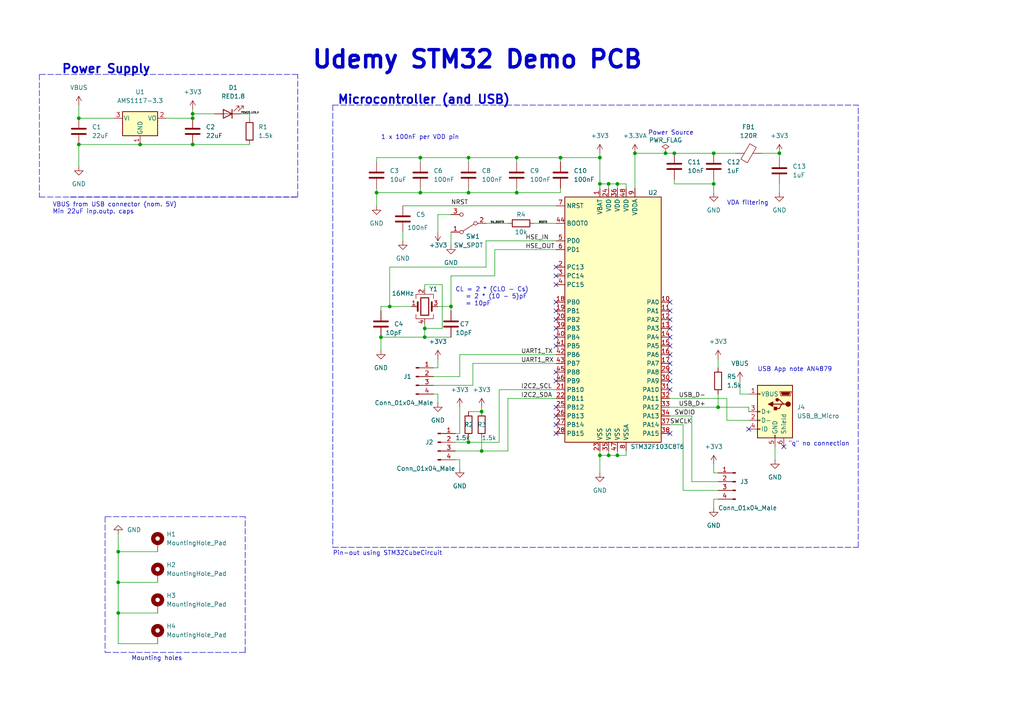
<source format=kicad_sch>
(kicad_sch (version 20211123) (generator eeschema)
  (paper "A4")
  (title_block (title "Udemy STM32 Demo PCB") (date "2023-02-14") (rev "0.1") (company "Chameleon"))
  (lib_symbols
    (symbol "Connector:Conn_01x04_Male" (pin_names (offset 1.016) hide)
      (property "Reference" "J" (at 0 5.08 0))
      (property "Value" "Conn_01x04_Male" (at 0 -7.62 0))
      (symbol "Conn_01x04_Male_1_1"
        (polyline (pts (xy 1.27 -5.08) (xy 0.8636 -5.08)) (stroke (width 0.1524)))
        (polyline (pts (xy 1.27 -2.54) (xy 0.8636 -2.54)) (stroke (width 0.1524)))
        (polyline (pts (xy 1.27 0) (xy 0.8636 0)) (stroke (width 0.1524)))
        (polyline (pts (xy 1.27 2.54) (xy 0.8636 2.54)) (stroke (width 0.1524)))
        (rectangle (start 0.8636 -4.953) (end 0 -5.207) (stroke (width 0.1524)) (fill (type outline)))
        (rectangle (start 0.8636 -2.413) (end 0 -2.667) (stroke (width 0.1524)) (fill (type outline)))
        (rectangle (start 0.8636 0.127) (end 0 -0.127) (stroke (width 0.1524)) (fill (type outline)))
        (rectangle (start 0.8636 2.667) (end 0 2.413) (stroke (width 0.1524)) (fill (type outline)))
        (pin passive line (at 5.08 2.54 180) (length 3.81) (name "Pin_1") (number "1"))
        (pin passive line (at 5.08 0 180) (length 3.81) (name "Pin_2") (number "2"))
        (pin passive line (at 5.08 -2.54 180) (length 3.81) (name "Pin_3") (number "3"))
        (pin passive line (at 5.08 -5.08 180) (length 3.81) (name "Pin_4") (number "4"))
      )
    )
    (symbol "Connector:USB_B_Micro" (pin_names (offset 1.016))
      (property "Reference" "J" (at -5.08 11.43 0))
      (property "Value" "USB_B_Micro" (at -5.08 8.89 0))
      (symbol "USB_B_Micro_0_1"
        (rectangle (start -5.08 -7.62) (end 5.08 7.62) (stroke (width 0.254)) (fill (type background)))
        (circle (center -3.81 2.159) (radius 0.635) (stroke (width 0.254)) (fill (type outline)))
        (circle (center -0.635 3.429) (radius 0.381) (stroke (width 0.254)) (fill (type outline)))
        (rectangle (start -0.127 -7.62) (end 0.127 -6.858))
        (polyline (pts (xy -1.905 2.159) (xy 0.635 2.159)) (stroke (width 0.254)))
        (polyline (pts (xy -3.175 2.159) (xy -2.54 2.159) (xy -1.27 3.429) (xy -0.635 3.429)) (stroke (width 0.254)))
        (polyline (pts (xy -2.54 2.159) (xy -1.905 2.159) (xy -1.27 0.889) (xy 0 0.889)) (stroke (width 0.254)))
        (polyline (pts (xy 0.635 2.794) (xy 0.635 1.524) (xy 1.905 2.159) (xy 0.635 2.794)) (stroke (width 0.254)) (fill (type outline)))
        (polyline (pts (xy -4.318 5.588) (xy -1.778 5.588) (xy -2.032 4.826) (xy -4.064 4.826) (xy -4.318 5.588)) (fill (type outline)))
        (polyline (pts (xy -4.699 5.842) (xy -4.699 5.588) (xy -4.445 4.826) (xy -4.445 4.572) (xy -1.651 4.572) (xy -1.651 4.826) (xy -1.397 5.588) (xy -1.397 5.842) (xy -4.699 5.842)))
        (rectangle (start 0.254 1.27) (end -0.508 0.508) (stroke (width 0.254)) (fill (type outline)))
        (rectangle (start 5.08 -5.207) (end 4.318 -4.953))
        (rectangle (start 5.08 -2.667) (end 4.318 -2.413))
        (rectangle (start 5.08 -0.127) (end 4.318 0.127))
        (rectangle (start 5.08 4.953) (end 4.318 5.207))
      )
      (symbol "USB_B_Micro_1_1"
        (pin power_out line (at 7.62 5.08 180) (length 2.54) (name "VBUS") (number "1"))
        (pin bidirectional line (at 7.62 -2.54 180) (length 2.54) (name "D-") (number "2"))
        (pin bidirectional line (at 7.62 0 180) (length 2.54) (name "D+") (number "3"))
        (pin passive line (at 7.62 -5.08 180) (length 2.54) (name "ID") (number "4"))
        (pin power_out line (at 0 -10.16 90) (length 2.54) (name "GND") (number "5"))
        (pin passive line (at -2.54 -10.16 90) (length 2.54) (name "Shield") (number "6"))
      )
    )
    (symbol "Device:C" (pin_numbers hide) (pin_names (offset 0.254))
      (property "Reference" "C" (at 0.635 2.54 0))
      (property "Value" "C" (at 0.635 -2.54 0))
      (symbol "C_0_1"
        (polyline (pts (xy -2.032 -0.762) (xy 2.032 -0.762)) (stroke (width 0.508)))
        (polyline (pts (xy -2.032 0.762) (xy 2.032 0.762)) (stroke (width 0.508)))
      )
      (symbol "C_1_1"
        (pin passive line (at 0 3.81 270) (length 2.794) (name "~") (number "1"))
        (pin passive line (at 0 -3.81 90) (length 2.794) (name "~") (number "2"))
      )
    )
    (symbol "Device:Crystal_GND24" (pin_names (offset 1.016) hide)
      (property "Reference" "Y" (at 3.175 5.08 0))
      (property "Value" "Crystal_GND24" (at 3.175 3.175 0))
      (symbol "Crystal_GND24_0_1"
        (rectangle (start -1.143 2.54) (end 1.143 -2.54) (stroke (width 0.3048)))
        (polyline (pts (xy -2.54 0) (xy -2.032 0)))
        (polyline (pts (xy -2.032 -1.27) (xy -2.032 1.27)) (stroke (width 0.508)))
        (polyline (pts (xy 0 -3.81) (xy 0 -3.556)))
        (polyline (pts (xy 0 3.556) (xy 0 3.81)))
        (polyline (pts (xy 2.032 -1.27) (xy 2.032 1.27)) (stroke (width 0.508)))
        (polyline (pts (xy 2.032 0) (xy 2.54 0)))
        (polyline (pts (xy -2.54 -2.286) (xy -2.54 -3.556) (xy 2.54 -3.556) (xy 2.54 -2.286)))
        (polyline (pts (xy -2.54 2.286) (xy -2.54 3.556) (xy 2.54 3.556) (xy 2.54 2.286)))
      )
      (symbol "Crystal_GND24_1_1"
        (pin passive line (at -3.81 0 0) (length 1.27) (name "1") (number "1"))
        (pin passive line (at 0 5.08 270) (length 1.27) (name "2") (number "2"))
        (pin passive line (at 3.81 0 180) (length 1.27) (name "3") (number "3"))
        (pin passive line (at 0 -5.08 90) (length 1.27) (name "4") (number "4"))
      )
    )
    (symbol "Device:FerriteBead" (pin_numbers hide) (pin_names (offset 0))
      (property "Reference" "FB" (at -3.81 0.635 90))
      (property "Value" "FerriteBead" (at 3.81 0 90))
      (symbol "FerriteBead_0_1"
        (polyline (pts (xy 0 -1.27) (xy 0 -1.2192)))
        (polyline (pts (xy 0 1.27) (xy 0 1.2954)))
        (polyline (pts (xy -2.7686 0.4064) (xy -1.7018 2.2606) (xy 2.7686 -0.3048) (xy 1.6764 -2.159) (xy -2.7686 0.4064)))
      )
      (symbol "FerriteBead_1_1"
        (pin passive line (at 0 3.81 270) (length 2.54) (name "~") (number "1"))
        (pin passive line (at 0 -3.81 90) (length 2.54) (name "~") (number "2"))
      )
    )
    (symbol "Device:LED" (pin_numbers hide) (pin_names (offset 1.016) hide)
      (property "Reference" "D" (at 0 2.54 0))
      (property "Value" "LED" (at 0 -2.54 0))
      (symbol "LED_0_1"
        (polyline (pts (xy -1.27 -1.27) (xy -1.27 1.27)) (stroke (width 0.254)))
        (polyline (pts (xy -1.27 0) (xy 1.27 0)))
        (polyline (pts (xy 1.27 -1.27) (xy 1.27 1.27) (xy -1.27 0) (xy 1.27 -1.27)) (stroke (width 0.254)))
        (polyline (pts (xy -3.048 -0.762) (xy -4.572 -2.286) (xy -3.81 -2.286) (xy -4.572 -2.286) (xy -4.572 -1.524)))
        (polyline (pts (xy -1.778 -0.762) (xy -3.302 -2.286) (xy -2.54 -2.286) (xy -3.302 -2.286) (xy -3.302 -1.524)))
      )
      (symbol "LED_1_1"
        (pin passive line (at -3.81 0 0) (length 2.54) (name "K") (number "1"))
        (pin passive line (at 3.81 0 180) (length 2.54) (name "A") (number "2"))
      )
    )
    (symbol "Device:R" (pin_numbers hide) (pin_names (offset 0))
      (property "Reference" "R" (at 2.032 0 90))
      (property "Value" "R" (at 0 0 90))
      (symbol "R_0_1"
        (rectangle (start -1.016 -2.54) (end 1.016 2.54) (stroke (width 0.254)))
      )
      (symbol "R_1_1"
        (pin passive line (at 0 3.81 270) (length 1.27) (name "~") (number "1"))
        (pin passive line (at 0 -3.81 90) (length 1.27) (name "~") (number "2"))
      )
    )
    (symbol "MCU_ST_STM32F1:STM32F103C8Tx"
      (property "Reference" "U" (at -15.24 36.83 0))
      (property "Value" "STM32F103C8Tx" (at 7.62 36.83 0))
      (symbol "STM32F103C8Tx_0_1"
        (rectangle (start -15.24 -35.56) (end 12.7 35.56) (stroke (width 0.254)) (fill (type background)))
      )
      (symbol "STM32F103C8Tx_1_1"
        (pin power_in line (at -5.08 38.1 270) (length 2.54) (name "VBAT") (number "1"))
        (pin bidirectional line (at 15.24 5.08 180) (length 2.54) (name "PA0") (number "10"))
        (pin bidirectional line (at 15.24 2.54 180) (length 2.54) (name "PA1") (number "11"))
        (pin bidirectional line (at 15.24 0 180) (length 2.54) (name "PA2") (number "12"))
        (pin bidirectional line (at 15.24 -2.54 180) (length 2.54) (name "PA3") (number "13"))
        (pin bidirectional line (at 15.24 -5.08 180) (length 2.54) (name "PA4") (number "14"))
        (pin bidirectional line (at 15.24 -7.62 180) (length 2.54) (name "PA5") (number "15"))
        (pin bidirectional line (at 15.24 -10.16 180) (length 2.54) (name "PA6") (number "16"))
        (pin bidirectional line (at 15.24 -12.7 180) (length 2.54) (name "PA7") (number "17"))
        (pin bidirectional line (at -17.78 5.08 0) (length 2.54) (name "PB0") (number "18"))
        (pin bidirectional line (at -17.78 2.54 0) (length 2.54) (name "PB1") (number "19"))
        (pin bidirectional line (at -17.78 15.24 0) (length 2.54) (name "PC13") (number "2"))
        (pin bidirectional line (at -17.78 0 0) (length 2.54) (name "PB2") (number "20"))
        (pin bidirectional line (at -17.78 -20.32 0) (length 2.54) (name "PB10") (number "21"))
        (pin bidirectional line (at -17.78 -22.86 0) (length 2.54) (name "PB11") (number "22"))
        (pin power_in line (at -5.08 -38.1 90) (length 2.54) (name "VSS") (number "23"))
        (pin power_in line (at -2.54 38.1 270) (length 2.54) (name "VDD") (number "24"))
        (pin bidirectional line (at -17.78 -25.4 0) (length 2.54) (name "PB12") (number "25"))
        (pin bidirectional line (at -17.78 -27.94 0) (length 2.54) (name "PB13") (number "26"))
        (pin bidirectional line (at -17.78 -30.48 0) (length 2.54) (name "PB14") (number "27"))
        (pin bidirectional line (at -17.78 -33.02 0) (length 2.54) (name "PB15") (number "28"))
        (pin bidirectional line (at 15.24 -15.24 180) (length 2.54) (name "PA8") (number "29"))
        (pin bidirectional line (at -17.78 12.7 0) (length 2.54) (name "PC14") (number "3"))
        (pin bidirectional line (at 15.24 -17.78 180) (length 2.54) (name "PA9") (number "30"))
        (pin bidirectional line (at 15.24 -20.32 180) (length 2.54) (name "PA10") (number "31"))
        (pin bidirectional line (at 15.24 -22.86 180) (length 2.54) (name "PA11") (number "32"))
        (pin bidirectional line (at 15.24 -25.4 180) (length 2.54) (name "PA12") (number "33"))
        (pin bidirectional line (at 15.24 -27.94 180) (length 2.54) (name "PA13") (number "34"))
        (pin power_in line (at -2.54 -38.1 90) (length 2.54) (name "VSS") (number "35"))
        (pin power_in line (at 0 38.1 270) (length 2.54) (name "VDD") (number "36"))
        (pin bidirectional line (at 15.24 -30.48 180) (length 2.54) (name "PA14") (number "37"))
        (pin bidirectional line (at 15.24 -33.02 180) (length 2.54) (name "PA15") (number "38"))
        (pin bidirectional line (at -17.78 -2.54 0) (length 2.54) (name "PB3") (number "39"))
        (pin bidirectional line (at -17.78 10.16 0) (length 2.54) (name "PC15") (number "4"))
        (pin bidirectional line (at -17.78 -5.08 0) (length 2.54) (name "PB4") (number "40"))
        (pin bidirectional line (at -17.78 -7.62 0) (length 2.54) (name "PB5") (number "41"))
        (pin bidirectional line (at -17.78 -10.16 0) (length 2.54) (name "PB6") (number "42"))
        (pin bidirectional line (at -17.78 -12.7 0) (length 2.54) (name "PB7") (number "43"))
        (pin input line (at -17.78 27.94 0) (length 2.54) (name "BOOT0") (number "44"))
        (pin bidirectional line (at -17.78 -15.24 0) (length 2.54) (name "PB8") (number "45"))
        (pin bidirectional line (at -17.78 -17.78 0) (length 2.54) (name "PB9") (number "46"))
        (pin power_in line (at 0 -38.1 90) (length 2.54) (name "VSS") (number "47"))
        (pin power_in line (at 2.54 38.1 270) (length 2.54) (name "VDD") (number "48"))
        (pin input line (at -17.78 22.86 0) (length 2.54) (name "PD0") (number "5"))
        (pin input line (at -17.78 20.32 0) (length 2.54) (name "PD1") (number "6"))
        (pin input line (at -17.78 33.02 0) (length 2.54) (name "NRST") (number "7"))
        (pin power_in line (at 2.54 -38.1 90) (length 2.54) (name "VSSA") (number "8"))
        (pin power_in line (at 5.08 38.1 270) (length 2.54) (name "VDDA") (number "9"))
      )
    )
    (symbol "Mechanical:MountingHole_Pad" (pin_numbers hide) (pin_names (offset 1.016) hide)
      (property "Reference" "H" (at 0 6.35 0))
      (property "Value" "MountingHole_Pad" (at 0 4.445 0))
      (symbol "MountingHole_Pad_0_1"
        (circle (center 0 1.27) (radius 1.27) (stroke (width 1.27)))
      )
      (symbol "MountingHole_Pad_1_1"
        (pin input line (at 0 -2.54 90) (length 2.54) (name "1") (number "1"))
      )
    )
    (symbol "Regulator_Linear:AMS1117-3.3" (pin_names (offset 0.254))
      (property "Reference" "U" (at -3.81 3.175 0))
      (property "Value" "AMS1117-3.3" (at 0 3.175 0))
      (symbol "AMS1117-3.3_0_1"
        (rectangle (start -5.08 -5.08) (end 5.08 1.905) (stroke (width 0.254)) (fill (type background)))
      )
      (symbol "AMS1117-3.3_1_1"
        (pin power_in line (at 0 -7.62 90) (length 2.54) (name "GND") (number "1"))
        (pin power_out line (at 7.62 0 180) (length 2.54) (name "VO") (number "2"))
        (pin power_in line (at -7.62 0 0) (length 2.54) (name "VI") (number "3"))
      )
    )
    (symbol "Switch:SW_SPDT" (pin_names (offset 0) hide)
      (property "Reference" "SW" (at 0 4.318 0))
      (property "Value" "SW_SPDT" (at 0 -5.08 0))
      (symbol "SW_SPDT_0_0"
        (circle (center -2.032 0) (radius 0.508))
        (circle (center 2.032 -2.54) (radius 0.508))
      )
      (symbol "SW_SPDT_0_1"
        (polyline (pts (xy -1.524 0.254) (xy 1.651 2.286)))
        (circle (center 2.032 2.54) (radius 0.508))
      )
      (symbol "SW_SPDT_1_1"
        (pin passive line (at 5.08 2.54 180) (length 2.54) (name "A") (number "1"))
        (pin passive line (at -5.08 0 0) (length 2.54) (name "B") (number "2"))
        (pin passive line (at 5.08 -2.54 180) (length 2.54) (name "C") (number "3"))
      )
    )
    (symbol "power:+3.3V" (power) (pin_names (offset 0))
      (property "Value" "+3.3V" (at 0 3.556 0))
      (symbol "+3.3V_0_1"
        (polyline (pts (xy -0.762 1.27) (xy 0 2.54)))
        (polyline (pts (xy 0 0) (xy 0 2.54)))
        (polyline (pts (xy 0 2.54) (xy 0.762 1.27)))
      )
      (symbol "+3.3V_1_1"
        (pin power_in line (at 0 0 90) (length 0) hide (name "+3V3") (number "1"))
      )
    )
    (symbol "power:+3.3VA" (power) (pin_names (offset 0))
      (property "Value" "+3.3VA" (at 0 3.556 0))
      (symbol "+3.3VA_0_1"
        (polyline (pts (xy -0.762 1.27) (xy 0 2.54)))
        (polyline (pts (xy 0 0) (xy 0 2.54)))
        (polyline (pts (xy 0 2.54) (xy 0.762 1.27)))
      )
      (symbol "+3.3VA_1_1"
        (pin power_in line (at 0 0 90) (length 0) hide (name "+3.3VA") (number "1"))
      )
    )
    (symbol "power:GND" (power) (pin_names (offset 0))
      (property "Value" "GND" (at 0 -3.81 0))
      (symbol "GND_0_1"
        (polyline (pts (xy 0 0) (xy 0 -1.27) (xy 1.27 -1.27) (xy 0 -2.54) (xy -1.27 -1.27) (xy 0 -1.27)))
      )
      (symbol "GND_1_1"
        (pin power_in line (at 0 0 270) (length 0) hide (name "GND") (number "1"))
      )
    )
    (symbol "power:PWR_FLAG" (power) (pin_numbers hide) (pin_names (offset 0) hide)
      (property "Value" "PWR_FLAG" (at 0 3.81 0))
      (symbol "PWR_FLAG_0_0"
        (pin power_out line (at 0 0 90) (length 0) (name "pwr") (number "1"))
      )
      (symbol "PWR_FLAG_0_1"
        (polyline (pts (xy 0 0) (xy 0 1.27) (xy -1.016 1.905) (xy 0 2.54) (xy 1.016 1.905) (xy 0 1.27)))
      )
    )
    (symbol "power:VBUS" (power) (pin_names (offset 0))
      (property "Value" "VBUS" (at 0 3.81 0))
      (symbol "VBUS_0_1"
        (polyline (pts (xy -0.762 1.27) (xy 0 2.54)))
        (polyline (pts (xy 0 0) (xy 0 2.54)))
        (polyline (pts (xy 0 2.54) (xy 0.762 1.27)))
      )
      (symbol "VBUS_1_1"
        (pin power_in line (at 0 0 90) (length 0) hide (name "VBUS") (number "1"))
      )
    )
  )
  (junction (at 55.88 33.02))
  (junction (at 55.88 41.91))
  (junction (at 179.07 53.34))
  (junction (at 121.92 45.72))
  (junction (at 121.92 55.88))
  (junction (at 130.81 88.9))
  (junction (at 139.7 130.81))
  (junction (at 40.64 41.91))
  (junction (at 208.28 118.11))
  (junction (at 113.03 88.9))
  (junction (at 207.01 53.34))
  (junction (at 176.53 132.08))
  (junction (at 22.86 41.91))
  (junction (at 149.86 45.72))
  (junction (at 135.89 45.72))
  (junction (at 135.89 128.27))
  (junction (at 226.06 44.45))
  (junction (at 195.58 44.45))
  (junction (at 173.99 53.34))
  (junction (at 109.22 55.88))
  (junction (at 123.19 97.79))
  (junction (at 207.01 44.45))
  (junction (at 179.07 132.08))
  (junction (at 34.29 160.02))
  (junction (at 55.88 34.29))
  (junction (at 22.86 34.29))
  (junction (at 123.19 95.25))
  (junction (at 135.89 55.88))
  (junction (at 173.99 45.72))
  (junction (at 193.04 44.45))
  (junction (at 184.15 44.45))
  (junction (at 176.53 53.34))
  (junction (at 173.99 132.08))
  (junction (at 162.56 45.72))
  (junction (at 110.49 97.79))
  (junction (at 139.7 119.38))
  (junction (at 34.29 177.8))
  (junction (at 34.29 168.91))
  (junction (at 149.86 55.88))
  (no_connect (at 194.31 97.79))
  (no_connect (at 161.29 118.11))
  (no_connect (at 161.29 77.47))
  (no_connect (at 194.31 105.41))
  (no_connect (at 194.31 92.71))
  (no_connect (at 161.29 80.01))
  (no_connect (at 161.29 92.71))
  (no_connect (at 194.31 90.17))
  (no_connect (at 161.29 95.25))
  (no_connect (at 194.31 95.25))
  (no_connect (at 227.33 129.54))
  (no_connect (at 161.29 123.19))
  (no_connect (at 161.29 110.49))
  (no_connect (at 161.29 97.79))
  (no_connect (at 194.31 87.63))
  (no_connect (at 161.29 125.73))
  (no_connect (at 194.31 107.95))
  (no_connect (at 161.29 87.63))
  (no_connect (at 194.31 102.87))
  (no_connect (at 217.17 124.46))
  (no_connect (at 194.31 110.49))
  (no_connect (at 161.29 90.17))
  (no_connect (at 161.29 107.95))
  (no_connect (at 161.29 120.65))
  (no_connect (at 194.31 100.33))
  (no_connect (at 194.31 125.73))
  (no_connect (at 161.29 100.33))
  (no_connect (at 161.29 82.55))
  (no_connect (at 194.31 113.03))
  (polyline (pts (xy 30.48 189.23) (xy 71.12 189.23)))
  (wire (pts (xy 130.81 88.9) (xy 127 88.9)))
  (wire (pts (xy 22.86 41.91) (xy 40.64 41.91)))
  (wire (pts (xy 127 104.14) (xy 127 106.68)))
  (wire (pts (xy 55.88 33.02) (xy 55.88 34.29)))
  (wire (pts (xy 226.06 53.34) (xy 226.06 55.88)))
  (wire (pts (xy 135.89 119.38) (xy 139.7 119.38)))
  (wire (pts (xy 208.28 104.14) (xy 208.28 106.68)))
  (wire (pts (xy 173.99 130.81) (xy 173.99 132.08)))
  (wire (pts (xy 140.97 77.47) (xy 113.03 77.47)))
  (wire (pts (xy 72.39 33.02) (xy 72.39 34.29)))
  (wire (pts (xy 143.51 72.39) (xy 143.51 80.01)))
  (wire (pts (xy 139.7 127) (xy 139.7 130.81)))
  (wire (pts (xy 176.53 53.34) (xy 173.99 53.34)))
  (wire (pts (xy 149.86 55.88) (xy 135.89 55.88)))
  (wire (pts (xy 127 67.31) (xy 127 62.23)))
  (wire (pts (xy 130.81 67.31) (xy 130.81 71.12)))
  (wire (pts (xy 179.07 54.61) (xy 179.07 53.34)))
  (wire (pts (xy 207.01 134.62) (xy 207.01 137.16)))
  (polyline (pts (xy 11.43 57.15) (xy 86.36 57.15)))
  (wire (pts (xy 127 106.68) (xy 125.73 106.68)))
  (wire (pts (xy 40.64 41.91) (xy 55.88 41.91)))
  (wire (pts (xy 45.72 160.02) (xy 34.29 160.02)))
  (wire (pts (xy 135.89 55.88) (xy 121.92 55.88)))
  (wire (pts (xy 130.81 88.9) (xy 130.81 90.17)))
  (wire (pts (xy 162.56 55.88) (xy 149.86 55.88)))
  (wire (pts (xy 113.03 77.47) (xy 113.03 88.9)))
  (wire (pts (xy 143.51 80.01) (xy 130.81 80.01)))
  (polyline (pts (xy 11.43 21.59) (xy 11.43 57.15)))
  (wire (pts (xy 121.92 46.99) (xy 121.92 45.72)))
  (wire (pts (xy 133.35 133.35) (xy 133.35 135.89)))
  (wire (pts (xy 116.84 67.31) (xy 116.84 69.85)))
  (wire (pts (xy 220.98 44.45) (xy 226.06 44.45)))
  (wire (pts (xy 210.82 115.57) (xy 210.82 121.92)))
  (wire (pts (xy 181.61 132.08) (xy 179.07 132.08)))
  (wire (pts (xy 181.61 53.34) (xy 179.07 53.34)))
  (wire (pts (xy 214.63 110.49) (xy 214.63 114.3)))
  (wire (pts (xy 207.01 52.07) (xy 207.01 53.34)))
  (polyline (pts (xy 86.36 21.59) (xy 11.43 21.59)))
  (wire (pts (xy 195.58 52.07) (xy 195.58 53.34)))
  (wire (pts (xy 179.07 132.08) (xy 176.53 132.08)))
  (wire (pts (xy 133.35 102.87) (xy 161.29 102.87)))
  (wire (pts (xy 127 114.3) (xy 127 116.84)))
  (wire (pts (xy 135.89 128.27) (xy 132.08 128.27)))
  (wire (pts (xy 123.19 82.55) (xy 128.27 82.55)))
  (wire (pts (xy 176.53 54.61) (xy 176.53 53.34)))
  (wire (pts (xy 127 62.23) (xy 130.81 62.23)))
  (wire (pts (xy 173.99 44.45) (xy 173.99 45.72)))
  (wire (pts (xy 121.92 54.61) (xy 121.92 55.88)))
  (wire (pts (xy 184.15 44.45) (xy 184.15 54.61)))
  (wire (pts (xy 137.16 111.76) (xy 137.16 105.41)))
  (wire (pts (xy 137.16 105.41) (xy 161.29 105.41)))
  (polyline (pts (xy 20.32 57.15) (xy 86.36 57.15)))
  (wire (pts (xy 147.32 130.81) (xy 139.7 130.81)))
  (wire (pts (xy 133.35 118.11) (xy 133.35 125.73)))
  (wire (pts (xy 162.56 46.99) (xy 162.56 45.72)))
  (wire (pts (xy 110.49 88.9) (xy 113.03 88.9)))
  (wire (pts (xy 224.79 129.54) (xy 224.79 133.35)))
  (wire (pts (xy 116.84 59.69) (xy 161.29 59.69)))
  (wire (pts (xy 173.99 53.34) (xy 173.99 54.61)))
  (wire (pts (xy 135.89 45.72) (xy 149.86 45.72)))
  (wire (pts (xy 140.97 69.85) (xy 140.97 77.47)))
  (wire (pts (xy 45.72 168.91) (xy 34.29 168.91)))
  (wire (pts (xy 135.89 54.61) (xy 135.89 55.88)))
  (wire (pts (xy 149.86 45.72) (xy 162.56 45.72)))
  (polyline (pts (xy 96.52 30.48) (xy 96.52 158.75)))
  (wire (pts (xy 195.58 44.45) (xy 207.01 44.45)))
  (wire (pts (xy 207.01 44.45) (xy 213.36 44.45)))
  (wire (pts (xy 55.88 31.75) (xy 55.88 33.02)))
  (wire (pts (xy 34.29 177.8) (xy 34.29 168.91)))
  (wire (pts (xy 133.35 109.22) (xy 133.35 102.87)))
  (wire (pts (xy 45.72 186.69) (xy 34.29 186.69)))
  (polyline (pts (xy 96.52 158.75) (xy 248.92 158.75)))
  (wire (pts (xy 208.28 144.78) (xy 207.01 144.78)))
  (wire (pts (xy 123.19 95.25) (xy 123.19 93.98)))
  (wire (pts (xy 132.08 133.35) (xy 133.35 133.35)))
  (wire (pts (xy 161.29 69.85) (xy 140.97 69.85)))
  (wire (pts (xy 181.61 130.81) (xy 181.61 132.08)))
  (polyline (pts (xy 71.12 149.86) (xy 30.48 149.86)))
  (wire (pts (xy 121.92 45.72) (xy 135.89 45.72)))
  (wire (pts (xy 133.35 109.22) (xy 125.73 109.22)))
  (wire (pts (xy 113.03 88.9) (xy 119.38 88.9)))
  (wire (pts (xy 121.92 55.88) (xy 109.22 55.88)))
  (wire (pts (xy 109.22 46.99) (xy 109.22 45.72)))
  (wire (pts (xy 173.99 132.08) (xy 173.99 137.16)))
  (wire (pts (xy 217.17 118.11) (xy 217.17 119.38)))
  (polyline (pts (xy 30.48 149.86) (xy 30.48 189.23)))
  (wire (pts (xy 208.28 114.3) (xy 208.28 118.11)))
  (wire (pts (xy 130.81 80.01) (xy 130.81 88.9)))
  (wire (pts (xy 147.32 115.57) (xy 147.32 130.81)))
  (wire (pts (xy 207.01 137.16) (xy 208.28 137.16)))
  (wire (pts (xy 34.29 186.69) (xy 34.29 177.8)))
  (wire (pts (xy 200.66 120.65) (xy 200.66 139.7)))
  (wire (pts (xy 162.56 45.72) (xy 173.99 45.72)))
  (wire (pts (xy 184.15 44.45) (xy 193.04 44.45)))
  (wire (pts (xy 48.26 34.29) (xy 55.88 34.29)))
  (wire (pts (xy 226.06 44.45) (xy 226.06 45.72)))
  (wire (pts (xy 135.89 46.99) (xy 135.89 45.72)))
  (wire (pts (xy 200.66 139.7) (xy 208.28 139.7)))
  (wire (pts (xy 194.31 115.57) (xy 210.82 115.57)))
  (wire (pts (xy 140.97 64.77) (xy 147.32 64.77)))
  (wire (pts (xy 207.01 53.34) (xy 207.01 55.88)))
  (wire (pts (xy 176.53 130.81) (xy 176.53 132.08)))
  (wire (pts (xy 139.7 130.81) (xy 132.08 130.81)))
  (wire (pts (xy 207.01 144.78) (xy 207.01 147.32)))
  (wire (pts (xy 34.29 168.91) (xy 34.29 160.02)))
  (wire (pts (xy 123.19 97.79) (xy 130.81 97.79)))
  (polyline (pts (xy 96.52 30.48) (xy 248.92 30.48)))
  (wire (pts (xy 128.27 95.25) (xy 123.19 95.25)))
  (wire (pts (xy 110.49 97.79) (xy 110.49 101.6)))
  (wire (pts (xy 173.99 45.72) (xy 173.99 53.34)))
  (wire (pts (xy 69.85 33.02) (xy 72.39 33.02)))
  (wire (pts (xy 208.28 118.11) (xy 217.17 118.11)))
  (wire (pts (xy 193.04 44.45) (xy 195.58 44.45)))
  (polyline (pts (xy 86.36 57.15) (xy 86.36 21.59)))
  (wire (pts (xy 34.29 160.02) (xy 34.29 154.94)))
  (wire (pts (xy 133.35 125.73) (xy 132.08 125.73)))
  (polyline (pts (xy 71.12 189.23) (xy 71.12 149.86)))
  (wire (pts (xy 195.58 53.34) (xy 207.01 53.34)))
  (wire (pts (xy 45.72 177.8) (xy 34.29 177.8)))
  (wire (pts (xy 176.53 132.08) (xy 173.99 132.08)))
  (wire (pts (xy 139.7 118.11) (xy 139.7 119.38)))
  (wire (pts (xy 123.19 83.82) (xy 123.19 82.55)))
  (wire (pts (xy 181.61 54.61) (xy 181.61 53.34)))
  (wire (pts (xy 22.86 41.91) (xy 22.86 48.26)))
  (wire (pts (xy 198.12 142.24) (xy 208.28 142.24)))
  (wire (pts (xy 198.12 123.19) (xy 198.12 142.24)))
  (wire (pts (xy 194.31 123.19) (xy 198.12 123.19)))
  (wire (pts (xy 62.23 33.02) (xy 55.88 33.02)))
  (wire (pts (xy 149.86 54.61) (xy 149.86 55.88)))
  (wire (pts (xy 22.86 34.29) (xy 33.02 34.29)))
  (wire (pts (xy 147.32 115.57) (xy 161.29 115.57)))
  (wire (pts (xy 109.22 45.72) (xy 121.92 45.72)))
  (wire (pts (xy 22.86 30.48) (xy 22.86 34.29)))
  (wire (pts (xy 135.89 127) (xy 135.89 128.27)))
  (wire (pts (xy 109.22 55.88) (xy 109.22 59.69)))
  (wire (pts (xy 161.29 72.39) (xy 143.51 72.39)))
  (wire (pts (xy 194.31 118.11) (xy 208.28 118.11)))
  (wire (pts (xy 214.63 114.3) (xy 217.17 114.3)))
  (wire (pts (xy 125.73 111.76) (xy 137.16 111.76)))
  (wire (pts (xy 128.27 82.55) (xy 128.27 95.25)))
  (wire (pts (xy 144.78 128.27) (xy 135.89 128.27)))
  (wire (pts (xy 144.78 128.27) (xy 144.78 113.03)))
  (wire (pts (xy 110.49 90.17) (xy 110.49 88.9)))
  (polyline (pts (xy 248.92 158.75) (xy 248.92 30.48)))
  (wire (pts (xy 179.07 130.81) (xy 179.07 132.08)))
  (wire (pts (xy 123.19 95.25) (xy 123.19 97.79)))
  (wire (pts (xy 109.22 54.61) (xy 109.22 55.88)))
  (wire (pts (xy 154.94 64.77) (xy 161.29 64.77)))
  (wire (pts (xy 194.31 120.65) (xy 200.66 120.65)))
  (wire (pts (xy 149.86 46.99) (xy 149.86 45.72)))
  (wire (pts (xy 55.88 41.91) (xy 72.39 41.91)))
  (wire (pts (xy 110.49 97.79) (xy 123.19 97.79)))
  (wire (pts (xy 144.78 113.03) (xy 161.29 113.03)))
  (wire (pts (xy 162.56 54.61) (xy 162.56 55.88)))
  (polyline (pts (xy 71.12 187.96) (xy 71.12 189.23)))
  (wire (pts (xy 210.82 121.92) (xy 217.17 121.92)))
  (wire (pts (xy 125.73 114.3) (xy 127 114.3)))
  (wire (pts (xy 179.07 53.34) (xy 176.53 53.34)))
  (text "Power Supply" (at 17.78 21.59 0) (effects (font (size 2.5 2.5) (thickness 0.5) bold) (justify left bottom)))
  (text "CL = 2 * (CLO - Cs)\n   = 2 * (10 - 5)pF\n   = 10pF" (at 132.08 88.9 0) (effects (font (size 1.27 1.27)) (justify left bottom)))
  (text "Pin-out using STM32CubeCircuit" (at 96.52 161.29 0) (effects (font (size 1.27 1.27)) (justify left bottom)))
  (text "Mounting holes\n" (at 38.1 191.77 0) (effects (font (size 1.27 1.27)) (justify left bottom)))
  (text "VDA filtering\n" (at 210.82 59.69 0) (effects (font (size 1.27 1.27)) (justify left bottom)))
  (text "VBUS from USB connector (nom. 5V)\nMin 22uF inp.outp. caps\n" (at 15.24 62.23 0) (effects (font (size 1.27 1.27)) (justify left bottom)))
  (text "USB App note AN4879" (at 219.71 107.95 0) (effects (font (size 1.27 1.27)) (justify left bottom)))
  (text "Power Source\n" (at 187.96 39.37 0) (effects (font (size 1.27 1.27)) (justify left bottom)))
  (text "Udemy STM32 Demo PCB" (at 90.17 20.32 0) (effects (font (size 5 5) bold) (justify left bottom)))
  (text "\"q\" no connection\n" (at 228.6 129.54 0) (effects (font (size 1.27 1.27)) (justify left bottom)))
  (text "1 x 100nF per VDD pin\n" (at 110.49 40.64 0) (effects (font (size 1.27 1.27)) (justify left bottom)))
  (text "Microcontroller (and USB)" (at 97.79 30.48 0) (effects (font (size 2.5 2.5) (thickness 0.5) bold) (justify left bottom)))
  (label "I2C2_SCL" (at 151.13 113.03 0))
  (label "UART1_TX" (at 151.13 102.87 0))
  (label "POWER_LED_K" (at 69.85 33.02 0) (effects (font (size 0.5 0.5))))
  (label "SWCLK" (at 194.31 123.19 0))
  (label "USB_D-" (at 196.85 115.57 0))
  (label "NRST" (at 130.81 59.69 0))
  (label "HSE_IN" (at 152.4 69.85 0))
  (label "USB_D+" (at 196.85 118.11 0))
  (label "BOOT0" (at 156.21 64.77 0) (effects (font (size 0.5 0.5))))
  (label "HSE_OUT" (at 152.4 72.39 0))
  (label "UART1_RX" (at 151.13 105.41 0))
  (label "I2C2_SDA" (at 151.13 115.57 0))
  (label "SWDIO" (at 195.58 120.65 0))
  (label "SW_BOOT0" (at 142.24 64.77 0) (effects (font (size 0.5 0.5))))
  (symbol (lib_id "power:GND") (at 34.29 154.94 180) (unit 1)
    (property "Reference" "#PWR?" (effects hide))
    (property "Value" "GND" (at 36.83 153.6699 0) (effects (justify right)))
  )
  (symbol (lib_id "Device:C") (at 162.56 50.8 0) (unit 1)
    (property "Reference" "C10" (at 166.37 49.5299 0) (effects (justify left)))
    (property "Value" "100nF" (at 166.37 52.0699 0) (effects (justify left)))
    (property "Footprint" "Capacitor_SMD:C_0402_1005Metric_Pad0.74x0.62mm_HandSolder" (effects hide))
  )
  (symbol (lib_id "power:+3.3V") (at 55.88 31.75 0) (unit 1)
    (property "Reference" "#PWR03" (effects hide))
    (property "Value" "+3.3V" (at 55.88 26.67 0))
  )
  (symbol (lib_id "Device:C") (at 110.49 93.98 0) (unit 1)
    (property "Reference" "C4" (at 114.3 93.98 0) (effects (justify left)))
    (property "Value" "10pF" (at 111.76 96.52 0) (effects (justify left)))
    (property "Footprint" "Capacitor_SMD:C_0402_1005Metric_Pad0.74x0.62mm_HandSolder" (effects hide))
  )
  (symbol (lib_id "Device:C") (at 22.86 38.1 0) (unit 1)
    (property "Reference" "C1" (at 26.67 36.8299 0) (effects (justify left)))
    (property "Value" "22uF" (at 26.67 39.3699 0) (effects (justify left)))
    (property "Footprint" "Capacitor_SMD:C_0805_2012Metric_Pad1.18x1.45mm_HandSolder" (effects hide))
  )
  (symbol (lib_id "power:+3.3VA") (at 184.15 44.45 0) (unit 1)
    (property "Reference" "#PWR016" (effects hide))
    (property "Value" "+3.3VA" (at 184.15 39.37 0))
  )
  (symbol (lib_id "power:+3.3V") (at 127 104.14 0) (mirror y) (unit 1)
    (property "Reference" "#PWR08" (effects hide))
    (property "Value" "+3.3V" (at 127 99.06 0))
  )
  (symbol (lib_id "Device:Crystal_GND24") (at 123.19 88.9 0) (unit 1)
    (property "Reference" "Y1" (at 125.73 83.82 0))
    (property "Value" "16MHz" (at 116.84 85.09 0))
    (property "Footprint" "Crystal:Crystal_SMD_3225-4Pin_3.2x2.5mm_HandSoldering" (effects hide))
  )
  (symbol (lib_id "power:+3.3V") (at 226.06 44.45 0) (unit 1)
    (property "Reference" "#PWR?" (effects hide))
    (property "Value" "+3.3V" (at 226.06 39.37 0))
  )
  (symbol (lib_id "power:VBUS") (at 22.86 30.48 0) (unit 1)
    (property "Reference" "#PWR01" (effects hide))
    (property "Value" "VBUS" (at 22.86 25.4 0))
  )
  (symbol (lib_id "Device:C") (at 109.22 50.8 0) (unit 1)
    (property "Reference" "C3" (at 113.03 49.5299 0) (effects (justify left)))
    (property "Value" "10uF" (at 113.03 52.0699 0) (effects (justify left)))
    (property "Footprint" "Capacitor_SMD:C_0603_1608Metric_Pad1.08x0.95mm_HandSolder" (effects hide))
  )
  (symbol (lib_id "power:GND") (at 226.06 55.88 0) (unit 1)
    (property "Reference" "#PWR024" (effects hide))
    (property "Value" "GND" (at 226.06 60.96 0))
  )
  (symbol (lib_id "Device:C") (at 135.89 50.8 0) (unit 1)
    (property "Reference" "C8" (at 139.7 49.5299 0) (effects (justify left)))
    (property "Value" "100nF" (at 139.7 52.0699 0) (effects (justify left)))
    (property "Footprint" "Capacitor_SMD:C_0402_1005Metric_Pad0.74x0.62mm_HandSolder" (effects hide))
  )
  (symbol (lib_id "Connector:Conn_01x04_Male") (at 127 128.27 0) (unit 1)
    (property "Reference" "J2" (at 125.73 128.2699 0) (effects (justify right)))
    (property "Value" "Conn_01x04_Male" (at 132.08 135.89 0) (effects (justify right)))
    (property "Footprint" "Connector_PinHeader_2.54mm:PinHeader_1x04_P2.54mm_Vertical" (effects hide))
  )
  (symbol (lib_id "power:GND") (at 173.99 137.16 0) (mirror y) (unit 1)
    (property "Reference" "#PWR015" (effects hide))
    (property "Value" "GND" (at 173.99 142.24 0))
  )
  (symbol (lib_id "Connector:USB_B_Micro") (at 224.79 119.38 0) (mirror y) (unit 1)
    (property "Reference" "J4" (at 231.14 118.1099 0) (effects (justify right)))
    (property "Value" "USB_B_Micro" (at 231.14 120.6499 0) (effects (justify right)))
    (property "Footprint" "Connector_USB:USB_Micro-B_Wuerth_629105150521" (effects hide))
  )
  (symbol (lib_id "power:+3.3V") (at 127 67.31 180) (unit 1)
    (property "Reference" "#PWR07" (effects hide))
    (property "Value" "+3.3V" (at 124.46 71.12 0) (effects (justify right)))
  )
  (symbol (lib_id "Device:FerriteBead") (at 217.17 44.45 90) (unit 1)
    (property "Reference" "FB1" (at 217.1192 36.83 90))
    (property "Value" "120R" (at 217.1192 39.37 90))
    (property "Footprint" "Inductor_SMD:L_0603_1608Metric_Pad1.05x0.95mm_HandSolder" (effects hide))
  )
  (symbol (lib_id "power:GND") (at 110.49 101.6 0) (unit 1)
    (property "Reference" "#PWR05" (effects hide))
    (property "Value" "GND" (at 110.49 106.68 0))
  )
  (symbol (lib_id "Device:C") (at 121.92 50.8 0) (unit 1)
    (property "Reference" "C6" (at 125.73 49.5299 0) (effects (justify left)))
    (property "Value" "100nF" (at 125.73 52.0699 0) (effects (justify left)))
    (property "Footprint" "Capacitor_SMD:C_0402_1005Metric_Pad0.74x0.62mm_HandSolder" (effects hide))
  )
  (symbol (lib_id "power:GND") (at 130.81 71.12 0) (unit 1)
    (property "Reference" "#PWR010" (effects hide))
    (property "Value" "GND" (at 130.81 76.2 0))
  )
  (symbol (lib_id "Connector:Conn_01x04_Male") (at 120.65 109.22 0) (unit 1)
    (property "Reference" "J1" (at 119.38 109.2199 0) (effects (justify right)))
    (property "Value" "Conn_01x04_Male" (at 125.73 116.84 0) (effects (justify right)))
    (property "Footprint" "Connector_PinHeader_2.54mm:PinHeader_1x04_P2.54mm_Vertical" (effects hide))
  )
  (symbol (lib_id "Device:C") (at 55.88 38.1 0) (unit 1)
    (property "Reference" "C2" (at 59.69 36.8299 0) (effects (justify left)))
    (property "Value" "22uF" (at 59.69 39.3699 0) (effects (justify left)))
    (property "Footprint" "Capacitor_SMD:C_0805_2012Metric_Pad1.18x1.45mm_HandSolder" (effects hide))
  )
  (symbol (lib_id "Device:LED") (at 66.04 33.02 180) (unit 1)
    (property "Reference" "D1" (at 67.6275 25.4 0))
    (property "Value" "RED1.8" (at 67.6275 27.94 0))
    (property "Footprint" "LED_SMD:LED_0603_1608Metric_Pad1.05x0.95mm_HandSolder" (effects hide))
  )
  (symbol (lib_id "power:GND") (at 207.01 55.88 0) (unit 1)
    (property "Reference" "#PWR017" (effects hide))
    (property "Value" "GND" (at 207.01 60.96 0))
  )
  (symbol (lib_id "Device:R") (at 151.13 64.77 90) (unit 1)
    (property "Reference" "R4" (at 151.13 62.23 90))
    (property "Value" "10k" (at 151.13 67.31 90))
    (property "Footprint" "Resistor_SMD:R_0402_1005Metric_Pad0.72x0.64mm_HandSolder" (effects hide))
  )
  (symbol (lib_id "Device:R") (at 139.7 123.19 0) (unit 1)
    (property "Reference" "R3" (at 138.43 123.19 0) (effects (justify left)))
    (property "Value" "1.5k" (at 139.7 127 0) (effects (justify left)))
    (property "Footprint" "Resistor_SMD:R_0402_1005Metric_Pad0.72x0.64mm_HandSolder" (effects hide))
  )
  (symbol (lib_id "power:GND") (at 224.79 133.35 0) (mirror y) (unit 1)
    (property "Reference" "#PWR022" (effects hide))
    (property "Value" "GND" (at 224.79 138.43 0))
  )
  (symbol (lib_id "Device:C") (at 226.06 49.53 0) (unit 1)
    (property "Reference" "C13" (at 229.87 48.2599 0) (effects (justify left)))
    (property "Value" "1uF" (at 229.87 50.7999 0) (effects (justify left)))
    (property "Footprint" "Capacitor_SMD:C_0603_1608Metric_Pad1.08x0.95mm_HandSolder" (effects hide))
  )
  (symbol (lib_id "Device:C") (at 116.84 63.5 0) (unit 1)
    (property "Reference" "C5" (at 120.65 62.2299 0) (effects (justify left)))
    (property "Value" "100nF" (at 118.11 66.04 0) (effects (justify left)))
    (property "Footprint" "Capacitor_SMD:C_0402_1005Metric_Pad0.74x0.62mm_HandSolder" (effects hide))
  )
  (symbol (lib_id "Device:C") (at 195.58 48.26 0) (unit 1)
    (property "Reference" "C11" (at 199.39 46.9899 0) (effects (justify left)))
    (property "Value" "10nF" (at 199.39 49.5299 0) (effects (justify left)))
    (property "Footprint" "Capacitor_SMD:C_0402_1005Metric_Pad0.74x0.62mm_HandSolder" (effects hide))
  )
  (symbol (lib_id "power:+3.3V") (at 139.7 118.11 0) (mirror y) (unit 1)
    (property "Reference" "#PWR013" (effects hide))
    (property "Value" "+3.3V" (at 139.7 113.03 0))
  )
  (symbol (lib_id "Regulator_Linear:AMS1117-3.3") (at 40.64 34.29 0) (unit 1)
    (property "Reference" "U1" (at 40.64 26.67 0))
    (property "Value" "AMS1117-3.3" (at 40.64 29.21 0))
    (property "Footprint" "Package_TO_SOT_SMD:SOT-223-3_TabPin2" (effects hide))
    (property "Datasheet" "http://www.advanced-monolithic.com/pdf/ds1117.pdf" (effects hide))
  )
  (symbol (lib_id "Device:R") (at 135.89 123.19 0) (unit 1)
    (property "Reference" "R2" (at 134.62 123.19 0) (effects (justify left)))
    (property "Value" "1.5k" (at 132.08 127 0) (effects (justify left)))
    (property "Footprint" "Resistor_SMD:R_0402_1005Metric_Pad0.72x0.64mm_HandSolder" (effects hide))
  )
  (symbol (lib_id "power:GND") (at 127 116.84 0) (unit 1)
    (property "Reference" "#PWR09" (effects hide))
    (property "Value" "GND" (at 127 121.92 0))
  )
  (symbol (lib_id "Switch:SW_SPDT") (at 135.89 64.77 180) (unit 1)
    (property "Reference" "SW1" (at 137.16 68.58 0))
    (property "Value" "SW_SPDT" (at 135.89 71.12 0))
    (property "Footprint" "Button_Switch_SMD:SW_SPDT_PCM12" (effects hide))
  )
  (symbol (lib_id "Device:C") (at 130.81 93.98 0) (unit 1)
    (property "Reference" "C7" (at 133.35 93.98 0) (effects (justify left)))
    (property "Value" "10pF" (at 132.08 96.52 0) (effects (justify left)))
    (property "Footprint" "Capacitor_SMD:C_0402_1005Metric_Pad0.74x0.62mm_HandSolder" (effects hide))
  )
  (symbol (lib_id "Mechanical:MountingHole_Pad") (at 45.72 166.37 0) (unit 1)
    (property "Reference" "H2" (at 48.26 163.8299 0) (effects (justify left)))
    (property "Value" "MountingHole_Pad" (at 48.26 166.3699 0) (effects (justify left)))
    (property "Footprint" "MountingHole:MountingHole_2.2mm_M2_Pad" (effects hide))
  )
  (symbol (lib_id "MCU_ST_STM32F1:STM32F103C8Tx") (at 179.07 92.71 0) (unit 1)
    (property "Reference" "U2" (at 187.96 55.88 0) (effects (justify left)))
    (property "Value" "STM32F103C8T6" (at 182.88 129.54 0) (effects (justify left)))
    (property "Footprint" "Package_QFP:LQFP-48_7x7mm_P0.5mm" (effects hide))
    (property "Datasheet" "http://www.st.com/st-web-ui/static/active/en/resource/technical/document/datasheet/CD00161566.pdf" (effects hide))
  )
  (symbol (lib_id "power:+3.3V") (at 173.99 44.45 0) (unit 1)
    (property "Reference" "#PWR014" (effects hide))
    (property "Value" "+3.3V" (at 173.99 39.37 0))
  )
  (symbol (lib_id "power:+3.3V") (at 133.35 118.11 0) (mirror y) (unit 1)
    (property "Reference" "#PWR011" (effects hide))
    (property "Value" "+3.3V" (at 133.35 113.03 0))
  )
  (symbol (lib_id "power:PWR_FLAG") (at 193.04 44.45 0) (unit 1)
    (property "Reference" "#FLG0101" (effects hide))
    (property "Value" "PWR_FLAG" (at 193.04 40.64 0))
  )
  (symbol (lib_id "Device:R") (at 208.28 110.49 0) (unit 1)
    (property "Reference" "R5" (at 210.82 109.2199 0) (effects (justify left)))
    (property "Value" "1.5k" (at 210.82 111.7599 0) (effects (justify left)))
    (property "Footprint" "Resistor_SMD:R_0402_1005Metric_Pad0.72x0.64mm_HandSolder" (effects hide))
  )
  (symbol (lib_id "Mechanical:MountingHole_Pad") (at 45.72 175.26 0) (unit 1)
    (property "Reference" "H3" (at 48.26 172.7199 0) (effects (justify left)))
    (property "Value" "MountingHole_Pad" (at 48.26 175.2599 0) (effects (justify left)))
    (property "Footprint" "MountingHole:MountingHole_2.2mm_M2_Pad" (effects hide))
  )
  (symbol (lib_id "power:+3.3V") (at 207.01 134.62 0) (unit 1)
    (property "Reference" "#PWR018" (effects hide))
    (property "Value" "+3.3V" (at 207.01 129.54 0))
  )
  (symbol (lib_id "Mechanical:MountingHole_Pad") (at 45.72 157.48 0) (unit 1)
    (property "Reference" "H1" (at 48.26 154.9399 0) (effects (justify left)))
    (property "Value" "MountingHole_Pad" (at 48.26 157.4799 0) (effects (justify left)))
    (property "Footprint" "MountingHole:MountingHole_2.2mm_M2_Pad" (effects hide))
  )
  (symbol (lib_id "Device:C") (at 149.86 50.8 0) (unit 1)
    (property "Reference" "C9" (at 153.67 49.5299 0) (effects (justify left)))
    (property "Value" "100nF" (at 153.67 52.0699 0) (effects (justify left)))
    (property "Footprint" "Capacitor_SMD:C_0402_1005Metric_Pad0.74x0.62mm_HandSolder" (effects hide))
  )
  (symbol (lib_id "power:GND") (at 116.84 69.85 0) (unit 1)
    (property "Reference" "#PWR06" (effects hide))
    (property "Value" "GND" (at 116.84 74.93 0))
  )
  (symbol (lib_id "Connector:Conn_01x04_Male") (at 213.36 139.7 0) (mirror y) (unit 1)
    (property "Reference" "J3" (at 214.63 139.6999 0) (effects (justify right)))
    (property "Value" "Conn_01x04_Male" (at 208.28 147.32 0) (effects (justify right)))
    (property "Footprint" "Connector_PinHeader_2.54mm:PinHeader_1x04_P2.54mm_Vertical" (effects hide))
  )
  (symbol (lib_id "power:GND") (at 133.35 135.89 0) (unit 1)
    (property "Reference" "#PWR012" (effects hide))
    (property "Value" "GND" (at 133.35 140.97 0))
  )
  (symbol (lib_id "Mechanical:MountingHole_Pad") (at 45.72 184.15 0) (unit 1)
    (property "Reference" "H4" (at 48.26 181.6099 0) (effects (justify left)))
    (property "Value" "MountingHole_Pad" (at 48.26 184.1499 0) (effects (justify left)))
    (property "Footprint" "MountingHole:MountingHole_2.2mm_M2_Pad" (effects hide))
  )
  (symbol (lib_id "Device:C") (at 207.01 48.26 0) (unit 1)
    (property "Reference" "C12" (at 210.82 46.9899 0) (effects (justify left)))
    (property "Value" "1uF" (at 210.82 49.5299 0) (effects (justify left)))
    (property "Footprint" "Capacitor_SMD:C_0603_1608Metric_Pad1.08x0.95mm_HandSolder" (effects hide))
  )
  (symbol (lib_id "power:GND") (at 22.86 48.26 0) (unit 1)
    (property "Reference" "#PWR02" (effects hide))
    (property "Value" "GND" (at 22.86 53.34 0))
  )
  (symbol (lib_id "power:GND") (at 207.01 147.32 0) (mirror y) (unit 1)
    (property "Reference" "#PWR019" (effects hide))
    (property "Value" "GND" (at 207.01 152.4 0))
  )
  (symbol (lib_id "power:GND") (at 109.22 59.69 0) (unit 1)
    (property "Reference" "#PWR04" (effects hide))
    (property "Value" "GND" (at 109.22 64.77 0))
  )
  (symbol (lib_id "power:VBUS") (at 214.63 110.49 0) (unit 1)
    (property "Reference" "#PWR021" (effects hide))
    (property "Value" "VBUS" (at 214.63 105.41 0))
  )
  (symbol (lib_id "power:+3.3V") (at 208.28 104.14 0) (unit 1)
    (property "Reference" "#PWR020" (effects hide))
    (property "Value" "+3.3V" (at 208.28 99.06 0))
  )
  (symbol (lib_id "Device:R") (at 72.39 38.1 0) (unit 1)
    (property "Reference" "R1" (at 74.93 36.8299 0) (effects (justify left)))
    (property "Value" "1.5k" (at 74.93 39.3699 0) (effects (justify left)))
    (property "Footprint" "Resistor_SMD:R_0402_1005Metric_Pad0.72x0.64mm_HandSolder" (effects hide))
  )
)
</source>
